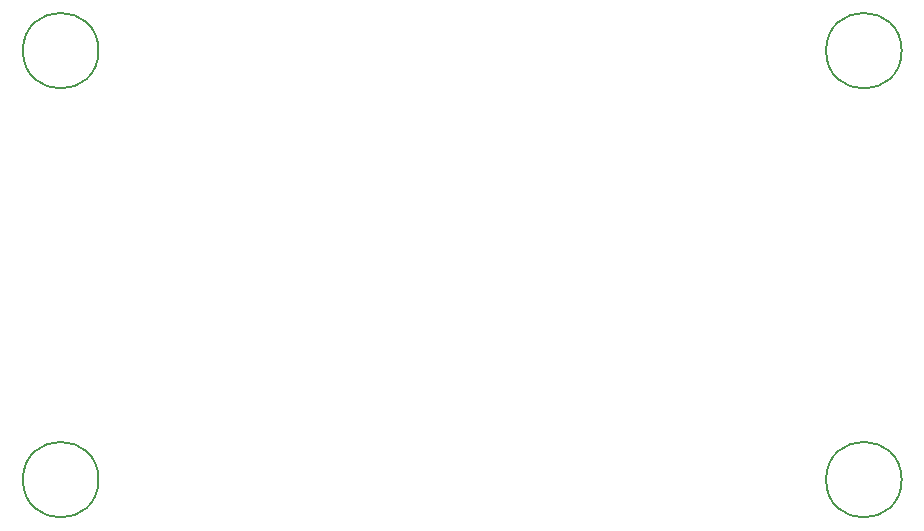
<source format=gbr>
%TF.GenerationSoftware,KiCad,Pcbnew,8.0.6*%
%TF.CreationDate,2025-06-05T21:04:29+02:00*%
%TF.ProjectId,ChrisPCB,43687269-7350-4434-922e-6b696361645f,rev?*%
%TF.SameCoordinates,Original*%
%TF.FileFunction,Other,Comment*%
%FSLAX46Y46*%
G04 Gerber Fmt 4.6, Leading zero omitted, Abs format (unit mm)*
G04 Created by KiCad (PCBNEW 8.0.6) date 2025-06-05 21:04:29*
%MOMM*%
%LPD*%
G01*
G04 APERTURE LIST*
%ADD10C,0.150000*%
G04 APERTURE END LIST*
D10*
%TO.C,H3*%
X171200000Y-80000000D02*
G75*
G02*
X164800000Y-80000000I-3200000J0D01*
G01*
X164800000Y-80000000D02*
G75*
G02*
X171200000Y-80000000I3200000J0D01*
G01*
%TO.C,H1*%
X103200000Y-116320000D02*
G75*
G02*
X96800000Y-116320000I-3200000J0D01*
G01*
X96800000Y-116320000D02*
G75*
G02*
X103200000Y-116320000I3200000J0D01*
G01*
%TO.C,H4*%
X171200000Y-116320000D02*
G75*
G02*
X164800000Y-116320000I-3200000J0D01*
G01*
X164800000Y-116320000D02*
G75*
G02*
X171200000Y-116320000I3200000J0D01*
G01*
%TO.C,H2*%
X103200000Y-80000000D02*
G75*
G02*
X96800000Y-80000000I-3200000J0D01*
G01*
X96800000Y-80000000D02*
G75*
G02*
X103200000Y-80000000I3200000J0D01*
G01*
%TD*%
M02*

</source>
